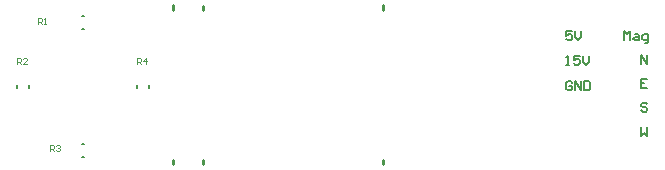
<source format=gto>
G04*
G04 #@! TF.GenerationSoftware,Altium Limited,Altium Designer,20.1.14 (287)*
G04*
G04 Layer_Color=65535*
%FSLAX24Y24*%
%MOIN*%
G70*
G04*
G04 #@! TF.SameCoordinates,A941D497-83B8-4645-9806-60D24E8B5C7E*
G04*
G04*
G04 #@! TF.FilePolarity,Positive*
G04*
G01*
G75*
%ADD10C,0.0100*%
%ADD11C,0.0079*%
%ADD12C,0.0050*%
%ADD13C,0.0040*%
D10*
X10000Y-2650D02*
Y-2500D01*
X3000Y2500D02*
Y2650D01*
Y-2650D02*
Y-2500D01*
X4000Y-2650D02*
Y-2500D01*
Y2500D02*
Y2637D01*
X10000Y2500D02*
Y2650D01*
D11*
X1793Y-89D02*
Y-11D01*
X2207Y-89D02*
Y-11D01*
X-39Y1873D02*
X39D01*
X-39Y2287D02*
X39D01*
X-39Y-2387D02*
X39D01*
X-39Y-1973D02*
X39D01*
X-2207Y-89D02*
Y-11D01*
X-1793Y-89D02*
Y-11D01*
D12*
X18041Y1496D02*
Y1795D01*
X18141Y1696D01*
X18241Y1795D01*
Y1496D01*
X18391Y1696D02*
X18491D01*
X18541Y1646D01*
Y1496D01*
X18391D01*
X18341Y1546D01*
X18391Y1596D01*
X18541D01*
X18740Y1396D02*
X18790D01*
X18840Y1446D01*
Y1696D01*
X18691D01*
X18641Y1646D01*
Y1546D01*
X18691Y1496D01*
X18840D01*
X18600Y700D02*
Y1000D01*
X18800Y700D01*
Y1000D01*
Y200D02*
X18600D01*
Y-100D01*
X18800D01*
X18600Y50D02*
X18700D01*
X18800Y-650D02*
X18750Y-600D01*
X18650D01*
X18600Y-650D01*
Y-700D01*
X18650Y-750D01*
X18750D01*
X18800Y-800D01*
Y-850D01*
X18750Y-900D01*
X18650D01*
X18600Y-850D01*
Y-1400D02*
Y-1700D01*
X18700Y-1600D01*
X18800Y-1700D01*
Y-1400D01*
X16307Y1795D02*
X16107D01*
Y1646D01*
X16207Y1696D01*
X16257D01*
X16307Y1646D01*
Y1546D01*
X16257Y1496D01*
X16157D01*
X16107Y1546D01*
X16407Y1795D02*
Y1596D01*
X16507Y1496D01*
X16607Y1596D01*
Y1795D01*
X16107Y671D02*
X16207D01*
X16157D01*
Y971D01*
X16107Y921D01*
X16557Y971D02*
X16357D01*
Y821D01*
X16457Y871D01*
X16507D01*
X16557Y821D01*
Y721D01*
X16507Y671D01*
X16407D01*
X16357Y721D01*
X16657Y971D02*
Y771D01*
X16757Y671D01*
X16857Y771D01*
Y971D01*
X16307Y78D02*
X16257Y128D01*
X16157D01*
X16107Y78D01*
Y-121D01*
X16157Y-171D01*
X16257D01*
X16307Y-121D01*
Y-22D01*
X16207D01*
X16407Y-171D02*
Y128D01*
X16607Y-171D01*
Y128D01*
X16707D02*
Y-171D01*
X16857D01*
X16907Y-121D01*
Y78D01*
X16857Y128D01*
X16707D01*
D13*
X1800Y710D02*
Y910D01*
X1900D01*
X1933Y877D01*
Y810D01*
X1900Y777D01*
X1800D01*
X1867D02*
X1933Y710D01*
X2100D02*
Y910D01*
X2000Y810D01*
X2133D01*
X-1100Y-2214D02*
Y-2014D01*
X-1000D01*
X-967Y-2048D01*
Y-2114D01*
X-1000Y-2148D01*
X-1100D01*
X-1033D02*
X-967Y-2214D01*
X-900Y-2048D02*
X-867Y-2014D01*
X-800D01*
X-767Y-2048D01*
Y-2081D01*
X-800Y-2114D01*
X-833D01*
X-800D01*
X-767Y-2148D01*
Y-2181D01*
X-800Y-2214D01*
X-867D01*
X-900Y-2181D01*
X-2207Y710D02*
Y910D01*
X-2107D01*
X-2073Y877D01*
Y810D01*
X-2107Y777D01*
X-2207D01*
X-2140D02*
X-2073Y710D01*
X-1873D02*
X-2007D01*
X-1873Y843D01*
Y877D01*
X-1907Y910D01*
X-1973D01*
X-2007Y877D01*
X-1500Y2033D02*
Y2233D01*
X-1400D01*
X-1367Y2199D01*
Y2133D01*
X-1400Y2099D01*
X-1500D01*
X-1433D02*
X-1367Y2033D01*
X-1300D02*
X-1233D01*
X-1267D01*
Y2233D01*
X-1300Y2199D01*
M02*

</source>
